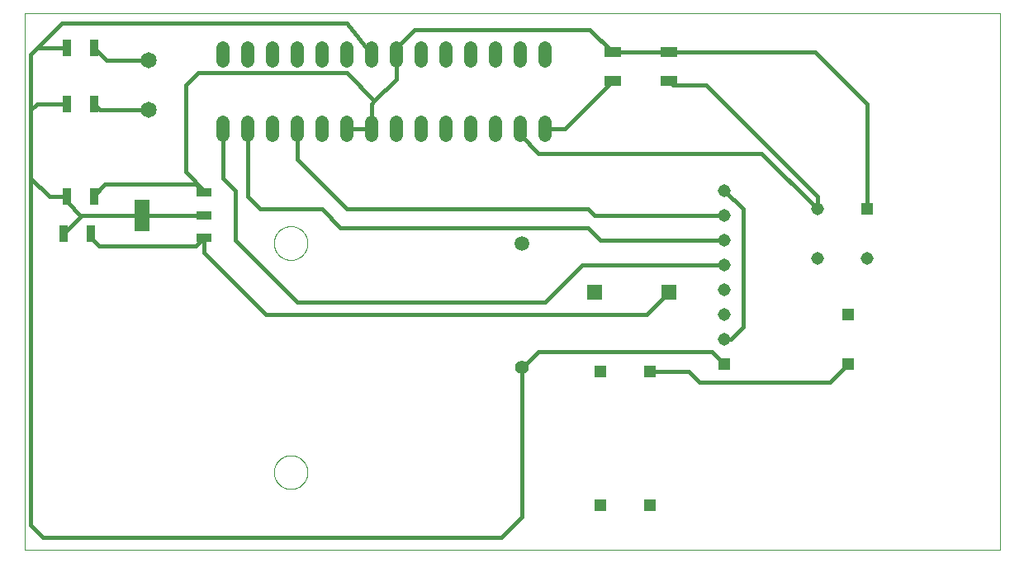
<source format=gtl>
G75*
%MOIN*%
%OFA0B0*%
%FSLAX25Y25*%
%IPPOS*%
%LPD*%
%AMOC8*
5,1,8,0,0,1.08239X$1,22.5*
%
%ADD10C,0.00000*%
%ADD11C,0.05200*%
%ADD12C,0.05937*%
%ADD13C,0.05543*%
%ADD14R,0.03600X0.07100*%
%ADD15R,0.06900X0.04400*%
%ADD16R,0.05150X0.05150*%
%ADD17C,0.05150*%
%ADD18R,0.05937X0.05937*%
%ADD19R,0.06400X0.03500*%
%ADD20R,0.06400X0.12500*%
%ADD21C,0.06500*%
%ADD22C,0.01600*%
D10*
X0001000Y0001000D02*
X0001000Y0217535D01*
X0394701Y0217535D01*
X0394701Y0001000D01*
X0001000Y0001000D01*
X0101700Y0032250D02*
X0101702Y0032417D01*
X0101708Y0032584D01*
X0101718Y0032750D01*
X0101733Y0032917D01*
X0101751Y0033082D01*
X0101774Y0033248D01*
X0101800Y0033413D01*
X0101831Y0033577D01*
X0101865Y0033740D01*
X0101904Y0033902D01*
X0101946Y0034064D01*
X0101993Y0034224D01*
X0102043Y0034383D01*
X0102098Y0034541D01*
X0102156Y0034697D01*
X0102218Y0034852D01*
X0102283Y0035006D01*
X0102353Y0035157D01*
X0102426Y0035307D01*
X0102503Y0035455D01*
X0102583Y0035602D01*
X0102667Y0035746D01*
X0102755Y0035888D01*
X0102846Y0036028D01*
X0102940Y0036165D01*
X0103038Y0036301D01*
X0103139Y0036434D01*
X0103244Y0036564D01*
X0103351Y0036692D01*
X0103462Y0036817D01*
X0103575Y0036939D01*
X0103692Y0037058D01*
X0103811Y0037175D01*
X0103933Y0037288D01*
X0104058Y0037399D01*
X0104186Y0037506D01*
X0104316Y0037611D01*
X0104449Y0037712D01*
X0104585Y0037810D01*
X0104722Y0037904D01*
X0104862Y0037995D01*
X0105004Y0038083D01*
X0105148Y0038167D01*
X0105295Y0038247D01*
X0105443Y0038324D01*
X0105593Y0038397D01*
X0105744Y0038467D01*
X0105898Y0038532D01*
X0106053Y0038594D01*
X0106209Y0038652D01*
X0106367Y0038707D01*
X0106526Y0038757D01*
X0106686Y0038804D01*
X0106848Y0038846D01*
X0107010Y0038885D01*
X0107173Y0038919D01*
X0107337Y0038950D01*
X0107502Y0038976D01*
X0107668Y0038999D01*
X0107833Y0039017D01*
X0108000Y0039032D01*
X0108166Y0039042D01*
X0108333Y0039048D01*
X0108500Y0039050D01*
X0108667Y0039048D01*
X0108834Y0039042D01*
X0109000Y0039032D01*
X0109167Y0039017D01*
X0109332Y0038999D01*
X0109498Y0038976D01*
X0109663Y0038950D01*
X0109827Y0038919D01*
X0109990Y0038885D01*
X0110152Y0038846D01*
X0110314Y0038804D01*
X0110474Y0038757D01*
X0110633Y0038707D01*
X0110791Y0038652D01*
X0110947Y0038594D01*
X0111102Y0038532D01*
X0111256Y0038467D01*
X0111407Y0038397D01*
X0111557Y0038324D01*
X0111705Y0038247D01*
X0111852Y0038167D01*
X0111996Y0038083D01*
X0112138Y0037995D01*
X0112278Y0037904D01*
X0112415Y0037810D01*
X0112551Y0037712D01*
X0112684Y0037611D01*
X0112814Y0037506D01*
X0112942Y0037399D01*
X0113067Y0037288D01*
X0113189Y0037175D01*
X0113308Y0037058D01*
X0113425Y0036939D01*
X0113538Y0036817D01*
X0113649Y0036692D01*
X0113756Y0036564D01*
X0113861Y0036434D01*
X0113962Y0036301D01*
X0114060Y0036165D01*
X0114154Y0036028D01*
X0114245Y0035888D01*
X0114333Y0035746D01*
X0114417Y0035602D01*
X0114497Y0035455D01*
X0114574Y0035307D01*
X0114647Y0035157D01*
X0114717Y0035006D01*
X0114782Y0034852D01*
X0114844Y0034697D01*
X0114902Y0034541D01*
X0114957Y0034383D01*
X0115007Y0034224D01*
X0115054Y0034064D01*
X0115096Y0033902D01*
X0115135Y0033740D01*
X0115169Y0033577D01*
X0115200Y0033413D01*
X0115226Y0033248D01*
X0115249Y0033082D01*
X0115267Y0032917D01*
X0115282Y0032750D01*
X0115292Y0032584D01*
X0115298Y0032417D01*
X0115300Y0032250D01*
X0115298Y0032083D01*
X0115292Y0031916D01*
X0115282Y0031750D01*
X0115267Y0031583D01*
X0115249Y0031418D01*
X0115226Y0031252D01*
X0115200Y0031087D01*
X0115169Y0030923D01*
X0115135Y0030760D01*
X0115096Y0030598D01*
X0115054Y0030436D01*
X0115007Y0030276D01*
X0114957Y0030117D01*
X0114902Y0029959D01*
X0114844Y0029803D01*
X0114782Y0029648D01*
X0114717Y0029494D01*
X0114647Y0029343D01*
X0114574Y0029193D01*
X0114497Y0029045D01*
X0114417Y0028898D01*
X0114333Y0028754D01*
X0114245Y0028612D01*
X0114154Y0028472D01*
X0114060Y0028335D01*
X0113962Y0028199D01*
X0113861Y0028066D01*
X0113756Y0027936D01*
X0113649Y0027808D01*
X0113538Y0027683D01*
X0113425Y0027561D01*
X0113308Y0027442D01*
X0113189Y0027325D01*
X0113067Y0027212D01*
X0112942Y0027101D01*
X0112814Y0026994D01*
X0112684Y0026889D01*
X0112551Y0026788D01*
X0112415Y0026690D01*
X0112278Y0026596D01*
X0112138Y0026505D01*
X0111996Y0026417D01*
X0111852Y0026333D01*
X0111705Y0026253D01*
X0111557Y0026176D01*
X0111407Y0026103D01*
X0111256Y0026033D01*
X0111102Y0025968D01*
X0110947Y0025906D01*
X0110791Y0025848D01*
X0110633Y0025793D01*
X0110474Y0025743D01*
X0110314Y0025696D01*
X0110152Y0025654D01*
X0109990Y0025615D01*
X0109827Y0025581D01*
X0109663Y0025550D01*
X0109498Y0025524D01*
X0109332Y0025501D01*
X0109167Y0025483D01*
X0109000Y0025468D01*
X0108834Y0025458D01*
X0108667Y0025452D01*
X0108500Y0025450D01*
X0108333Y0025452D01*
X0108166Y0025458D01*
X0108000Y0025468D01*
X0107833Y0025483D01*
X0107668Y0025501D01*
X0107502Y0025524D01*
X0107337Y0025550D01*
X0107173Y0025581D01*
X0107010Y0025615D01*
X0106848Y0025654D01*
X0106686Y0025696D01*
X0106526Y0025743D01*
X0106367Y0025793D01*
X0106209Y0025848D01*
X0106053Y0025906D01*
X0105898Y0025968D01*
X0105744Y0026033D01*
X0105593Y0026103D01*
X0105443Y0026176D01*
X0105295Y0026253D01*
X0105148Y0026333D01*
X0105004Y0026417D01*
X0104862Y0026505D01*
X0104722Y0026596D01*
X0104585Y0026690D01*
X0104449Y0026788D01*
X0104316Y0026889D01*
X0104186Y0026994D01*
X0104058Y0027101D01*
X0103933Y0027212D01*
X0103811Y0027325D01*
X0103692Y0027442D01*
X0103575Y0027561D01*
X0103462Y0027683D01*
X0103351Y0027808D01*
X0103244Y0027936D01*
X0103139Y0028066D01*
X0103038Y0028199D01*
X0102940Y0028335D01*
X0102846Y0028472D01*
X0102755Y0028612D01*
X0102667Y0028754D01*
X0102583Y0028898D01*
X0102503Y0029045D01*
X0102426Y0029193D01*
X0102353Y0029343D01*
X0102283Y0029494D01*
X0102218Y0029648D01*
X0102156Y0029803D01*
X0102098Y0029959D01*
X0102043Y0030117D01*
X0101993Y0030276D01*
X0101946Y0030436D01*
X0101904Y0030598D01*
X0101865Y0030760D01*
X0101831Y0030923D01*
X0101800Y0031087D01*
X0101774Y0031252D01*
X0101751Y0031418D01*
X0101733Y0031583D01*
X0101718Y0031750D01*
X0101708Y0031916D01*
X0101702Y0032083D01*
X0101700Y0032250D01*
X0101700Y0124750D02*
X0101702Y0124917D01*
X0101708Y0125084D01*
X0101718Y0125250D01*
X0101733Y0125417D01*
X0101751Y0125582D01*
X0101774Y0125748D01*
X0101800Y0125913D01*
X0101831Y0126077D01*
X0101865Y0126240D01*
X0101904Y0126402D01*
X0101946Y0126564D01*
X0101993Y0126724D01*
X0102043Y0126883D01*
X0102098Y0127041D01*
X0102156Y0127197D01*
X0102218Y0127352D01*
X0102283Y0127506D01*
X0102353Y0127657D01*
X0102426Y0127807D01*
X0102503Y0127955D01*
X0102583Y0128102D01*
X0102667Y0128246D01*
X0102755Y0128388D01*
X0102846Y0128528D01*
X0102940Y0128665D01*
X0103038Y0128801D01*
X0103139Y0128934D01*
X0103244Y0129064D01*
X0103351Y0129192D01*
X0103462Y0129317D01*
X0103575Y0129439D01*
X0103692Y0129558D01*
X0103811Y0129675D01*
X0103933Y0129788D01*
X0104058Y0129899D01*
X0104186Y0130006D01*
X0104316Y0130111D01*
X0104449Y0130212D01*
X0104585Y0130310D01*
X0104722Y0130404D01*
X0104862Y0130495D01*
X0105004Y0130583D01*
X0105148Y0130667D01*
X0105295Y0130747D01*
X0105443Y0130824D01*
X0105593Y0130897D01*
X0105744Y0130967D01*
X0105898Y0131032D01*
X0106053Y0131094D01*
X0106209Y0131152D01*
X0106367Y0131207D01*
X0106526Y0131257D01*
X0106686Y0131304D01*
X0106848Y0131346D01*
X0107010Y0131385D01*
X0107173Y0131419D01*
X0107337Y0131450D01*
X0107502Y0131476D01*
X0107668Y0131499D01*
X0107833Y0131517D01*
X0108000Y0131532D01*
X0108166Y0131542D01*
X0108333Y0131548D01*
X0108500Y0131550D01*
X0108667Y0131548D01*
X0108834Y0131542D01*
X0109000Y0131532D01*
X0109167Y0131517D01*
X0109332Y0131499D01*
X0109498Y0131476D01*
X0109663Y0131450D01*
X0109827Y0131419D01*
X0109990Y0131385D01*
X0110152Y0131346D01*
X0110314Y0131304D01*
X0110474Y0131257D01*
X0110633Y0131207D01*
X0110791Y0131152D01*
X0110947Y0131094D01*
X0111102Y0131032D01*
X0111256Y0130967D01*
X0111407Y0130897D01*
X0111557Y0130824D01*
X0111705Y0130747D01*
X0111852Y0130667D01*
X0111996Y0130583D01*
X0112138Y0130495D01*
X0112278Y0130404D01*
X0112415Y0130310D01*
X0112551Y0130212D01*
X0112684Y0130111D01*
X0112814Y0130006D01*
X0112942Y0129899D01*
X0113067Y0129788D01*
X0113189Y0129675D01*
X0113308Y0129558D01*
X0113425Y0129439D01*
X0113538Y0129317D01*
X0113649Y0129192D01*
X0113756Y0129064D01*
X0113861Y0128934D01*
X0113962Y0128801D01*
X0114060Y0128665D01*
X0114154Y0128528D01*
X0114245Y0128388D01*
X0114333Y0128246D01*
X0114417Y0128102D01*
X0114497Y0127955D01*
X0114574Y0127807D01*
X0114647Y0127657D01*
X0114717Y0127506D01*
X0114782Y0127352D01*
X0114844Y0127197D01*
X0114902Y0127041D01*
X0114957Y0126883D01*
X0115007Y0126724D01*
X0115054Y0126564D01*
X0115096Y0126402D01*
X0115135Y0126240D01*
X0115169Y0126077D01*
X0115200Y0125913D01*
X0115226Y0125748D01*
X0115249Y0125582D01*
X0115267Y0125417D01*
X0115282Y0125250D01*
X0115292Y0125084D01*
X0115298Y0124917D01*
X0115300Y0124750D01*
X0115298Y0124583D01*
X0115292Y0124416D01*
X0115282Y0124250D01*
X0115267Y0124083D01*
X0115249Y0123918D01*
X0115226Y0123752D01*
X0115200Y0123587D01*
X0115169Y0123423D01*
X0115135Y0123260D01*
X0115096Y0123098D01*
X0115054Y0122936D01*
X0115007Y0122776D01*
X0114957Y0122617D01*
X0114902Y0122459D01*
X0114844Y0122303D01*
X0114782Y0122148D01*
X0114717Y0121994D01*
X0114647Y0121843D01*
X0114574Y0121693D01*
X0114497Y0121545D01*
X0114417Y0121398D01*
X0114333Y0121254D01*
X0114245Y0121112D01*
X0114154Y0120972D01*
X0114060Y0120835D01*
X0113962Y0120699D01*
X0113861Y0120566D01*
X0113756Y0120436D01*
X0113649Y0120308D01*
X0113538Y0120183D01*
X0113425Y0120061D01*
X0113308Y0119942D01*
X0113189Y0119825D01*
X0113067Y0119712D01*
X0112942Y0119601D01*
X0112814Y0119494D01*
X0112684Y0119389D01*
X0112551Y0119288D01*
X0112415Y0119190D01*
X0112278Y0119096D01*
X0112138Y0119005D01*
X0111996Y0118917D01*
X0111852Y0118833D01*
X0111705Y0118753D01*
X0111557Y0118676D01*
X0111407Y0118603D01*
X0111256Y0118533D01*
X0111102Y0118468D01*
X0110947Y0118406D01*
X0110791Y0118348D01*
X0110633Y0118293D01*
X0110474Y0118243D01*
X0110314Y0118196D01*
X0110152Y0118154D01*
X0109990Y0118115D01*
X0109827Y0118081D01*
X0109663Y0118050D01*
X0109498Y0118024D01*
X0109332Y0118001D01*
X0109167Y0117983D01*
X0109000Y0117968D01*
X0108834Y0117958D01*
X0108667Y0117952D01*
X0108500Y0117950D01*
X0108333Y0117952D01*
X0108166Y0117958D01*
X0108000Y0117968D01*
X0107833Y0117983D01*
X0107668Y0118001D01*
X0107502Y0118024D01*
X0107337Y0118050D01*
X0107173Y0118081D01*
X0107010Y0118115D01*
X0106848Y0118154D01*
X0106686Y0118196D01*
X0106526Y0118243D01*
X0106367Y0118293D01*
X0106209Y0118348D01*
X0106053Y0118406D01*
X0105898Y0118468D01*
X0105744Y0118533D01*
X0105593Y0118603D01*
X0105443Y0118676D01*
X0105295Y0118753D01*
X0105148Y0118833D01*
X0105004Y0118917D01*
X0104862Y0119005D01*
X0104722Y0119096D01*
X0104585Y0119190D01*
X0104449Y0119288D01*
X0104316Y0119389D01*
X0104186Y0119494D01*
X0104058Y0119601D01*
X0103933Y0119712D01*
X0103811Y0119825D01*
X0103692Y0119942D01*
X0103575Y0120061D01*
X0103462Y0120183D01*
X0103351Y0120308D01*
X0103244Y0120436D01*
X0103139Y0120566D01*
X0103038Y0120699D01*
X0102940Y0120835D01*
X0102846Y0120972D01*
X0102755Y0121112D01*
X0102667Y0121254D01*
X0102583Y0121398D01*
X0102503Y0121545D01*
X0102426Y0121693D01*
X0102353Y0121843D01*
X0102283Y0121994D01*
X0102218Y0122148D01*
X0102156Y0122303D01*
X0102098Y0122459D01*
X0102043Y0122617D01*
X0101993Y0122776D01*
X0101946Y0122936D01*
X0101904Y0123098D01*
X0101865Y0123260D01*
X0101831Y0123423D01*
X0101800Y0123587D01*
X0101774Y0123752D01*
X0101751Y0123918D01*
X0101733Y0124083D01*
X0101718Y0124250D01*
X0101708Y0124416D01*
X0101702Y0124583D01*
X0101700Y0124750D01*
D11*
X0101000Y0168400D02*
X0101000Y0173600D01*
X0091000Y0173600D02*
X0091000Y0168400D01*
X0081000Y0168400D02*
X0081000Y0173600D01*
X0111000Y0173600D02*
X0111000Y0168400D01*
X0121000Y0168400D02*
X0121000Y0173600D01*
X0131000Y0173600D02*
X0131000Y0168400D01*
X0141000Y0168400D02*
X0141000Y0173600D01*
X0151000Y0173600D02*
X0151000Y0168400D01*
X0161000Y0168400D02*
X0161000Y0173600D01*
X0171000Y0173600D02*
X0171000Y0168400D01*
X0181000Y0168400D02*
X0181000Y0173600D01*
X0191000Y0173600D02*
X0191000Y0168400D01*
X0201000Y0168400D02*
X0201000Y0173600D01*
X0211000Y0173600D02*
X0211000Y0168400D01*
X0211000Y0198400D02*
X0211000Y0203600D01*
X0201000Y0203600D02*
X0201000Y0198400D01*
X0191000Y0198400D02*
X0191000Y0203600D01*
X0181000Y0203600D02*
X0181000Y0198400D01*
X0171000Y0198400D02*
X0171000Y0203600D01*
X0161000Y0203600D02*
X0161000Y0198400D01*
X0151000Y0198400D02*
X0151000Y0203600D01*
X0141000Y0203600D02*
X0141000Y0198400D01*
X0131000Y0198400D02*
X0131000Y0203600D01*
X0121000Y0203600D02*
X0121000Y0198400D01*
X0111000Y0198400D02*
X0111000Y0203600D01*
X0101000Y0203600D02*
X0101000Y0198400D01*
X0091000Y0198400D02*
X0091000Y0203600D01*
X0081000Y0203600D02*
X0081000Y0198400D01*
D12*
X0201900Y0124750D03*
D13*
X0201900Y0074750D03*
D14*
X0027701Y0128539D03*
X0016701Y0128539D03*
X0018000Y0143500D03*
X0029000Y0143500D03*
X0029000Y0181000D03*
X0018000Y0181000D03*
X0018000Y0203500D03*
X0029000Y0203500D03*
D15*
X0238500Y0201800D03*
X0238500Y0190200D03*
X0261000Y0190200D03*
X0261000Y0201800D03*
D16*
X0341000Y0138500D03*
X0333500Y0096000D03*
X0333500Y0076000D03*
X0283500Y0076000D03*
X0253500Y0073000D03*
X0233500Y0073000D03*
X0233500Y0019000D03*
X0253500Y0019000D03*
D17*
X0283500Y0086000D03*
X0283500Y0096000D03*
X0283500Y0106000D03*
X0283500Y0116000D03*
X0283500Y0126000D03*
X0283500Y0136000D03*
X0283500Y0146000D03*
X0321000Y0138500D03*
X0321000Y0118500D03*
X0341000Y0118500D03*
D18*
X0261000Y0104900D03*
X0231000Y0104900D03*
D19*
X0073600Y0126900D03*
X0073600Y0136000D03*
X0073600Y0145100D03*
D20*
X0048400Y0136000D03*
D21*
X0051000Y0178500D03*
X0051000Y0198500D03*
D22*
X0034000Y0198500D01*
X0029000Y0203500D01*
X0018000Y0203500D02*
X0006000Y0203500D01*
X0003500Y0201000D01*
X0003500Y0178500D01*
X0006000Y0181000D01*
X0018000Y0181000D01*
X0029000Y0181000D02*
X0031500Y0178500D01*
X0051000Y0178500D01*
X0066000Y0188500D02*
X0071000Y0193500D01*
X0131000Y0193500D01*
X0142250Y0182250D01*
X0141000Y0181000D01*
X0141000Y0171000D01*
X0131000Y0171000D01*
X0111000Y0171000D02*
X0111000Y0158500D01*
X0131000Y0138500D01*
X0228500Y0138500D01*
X0231000Y0136000D01*
X0283500Y0136000D01*
X0291000Y0138500D02*
X0283500Y0146000D01*
X0291000Y0138500D02*
X0291000Y0091000D01*
X0286000Y0086000D01*
X0283500Y0086000D01*
X0278500Y0081000D02*
X0283500Y0076000D01*
X0278500Y0081000D02*
X0208500Y0081000D01*
X0202250Y0074750D01*
X0201900Y0074750D01*
X0201900Y0014400D01*
X0193500Y0006000D01*
X0008500Y0006000D01*
X0003500Y0011000D01*
X0003500Y0151000D01*
X0003500Y0178500D01*
X0006000Y0203500D02*
X0016000Y0213500D01*
X0131000Y0213500D01*
X0141000Y0201000D01*
X0151000Y0201000D02*
X0151000Y0203500D01*
X0158500Y0211000D01*
X0229300Y0211000D01*
X0238500Y0201800D01*
X0261000Y0201800D01*
X0320200Y0201800D01*
X0341000Y0181000D01*
X0341000Y0138500D01*
X0321000Y0138500D02*
X0321000Y0143500D01*
X0276000Y0188500D01*
X0262700Y0188500D01*
X0261000Y0190200D01*
X0238500Y0190200D02*
X0219300Y0171000D01*
X0211000Y0171000D01*
X0201000Y0171000D02*
X0201000Y0168500D01*
X0208500Y0161000D01*
X0298500Y0161000D01*
X0321000Y0138500D01*
X0283500Y0126000D02*
X0233500Y0126000D01*
X0228500Y0131000D01*
X0128500Y0131000D01*
X0121000Y0138500D01*
X0096000Y0138500D01*
X0091000Y0143500D01*
X0091000Y0171000D01*
X0081000Y0171000D02*
X0081000Y0151000D01*
X0086000Y0146000D01*
X0086000Y0126000D01*
X0111000Y0101000D01*
X0211000Y0101000D01*
X0226000Y0116000D01*
X0283500Y0116000D01*
X0261000Y0104900D02*
X0252100Y0096000D01*
X0098500Y0096000D01*
X0073600Y0120900D01*
X0073600Y0126900D01*
X0070200Y0123500D01*
X0031000Y0123500D01*
X0027701Y0126799D01*
X0027701Y0128539D01*
X0023831Y0135669D02*
X0016701Y0128539D01*
X0023831Y0135669D02*
X0018000Y0141500D01*
X0018000Y0143500D01*
X0011000Y0143500D01*
X0003500Y0151000D01*
X0029000Y0144000D02*
X0029000Y0143500D01*
X0029000Y0144000D02*
X0033500Y0148500D01*
X0070200Y0148500D01*
X0073600Y0145100D01*
X0073600Y0145900D01*
X0066000Y0153500D01*
X0066000Y0188500D01*
X0142250Y0182250D02*
X0151000Y0191000D01*
X0151000Y0201000D01*
X0073600Y0136000D02*
X0048400Y0136000D01*
X0024161Y0136000D01*
X0023831Y0135669D01*
X0253500Y0073000D02*
X0269000Y0073000D01*
X0273500Y0068500D01*
X0326000Y0068500D01*
X0333500Y0076000D01*
M02*

</source>
